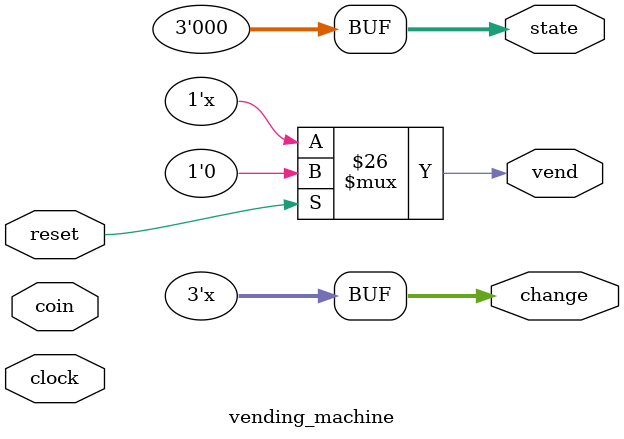
<source format=v>
`timescale 1ns / 1ps
module vending_machine(clock,reset,coin,vend,state,change);

  // inputs
input clock;
input reset;
input [2:0]coin;

  //ouptuts
output vend;
output [2:0]state;
output [2:0]change;

reg [2:0] prev_in ;
reg vend;
reg [2:0]change;
wire [2:0]coin;
  
  // internal 
parameter [2:0] Rs5Coin = 3'b001;
parameter [2:0] Rs10Coin = 3'b010;
parameter [2:0] Rs5Coin_Rs10Coin = 3'b011;
parameter [2:0] Rs10Coin_Rs10Coin = 3'b100;
parameter [2:0] Rs25Coin = 3'b101;

parameter [2:0] IDLE = 3'b000;
parameter [2:0] FIVE = 3'b001;
parameter [2:0] TEN = 3'b010;
parameter [2:0] FIFTEEN = 3'b011;
parameter [2:0] TWENTY = 3'b100;
parameter [2:0] TWENTYFIVE = 3'b101;

reg [2:0] state,next_state;

always @(state or coin)
begin
	next_state=0; 
case(state)
IDLE: case(coin) 
     Rs5Coin : next_state=FIVE;
     Rs10Coin: next_state=TEN;
     Rs25Coin: next_state=TWENTYFIVE;
     default : next_state=IDLE;
endcase

FIVE: case(coin) 
     Rs5Coin : next_state=TEN;
     Rs10Coin: next_state=FIFTEEN;
     Rs25Coin: next_state=TWENTYFIVE; //change=Rs5Coin
     default : next_state=FIVE;
endcase

TEN: case(coin) 
     Rs5Coin : next_state=FIFTEEN;
     Rs10Coin: next_state=TWENTY;
     Rs25Coin: next_state=TWENTYFIVE; //change=Rs10Coin
     default : next_state=TEN;
endcase

FIFTEEN: case(coin)
     Rs5Coin : next_state=TWENTY;
     Rs10Coin: next_state=TWENTYFIVE;
     Rs25Coin: next_state=TWENTYFIVE; //change==Rs5Coin_Rs10Coin
     default : next_state=FIFTEEN;
endcase

TWENTY: case(coin) 
     Rs5Coin : next_state=TWENTYFIVE;
     Rs10Coin: next_state=TWENTYFIVE; //change=Rs5Coin
     Rs25Coin: next_state=TWENTYFIVE; //change==Rs10Coin_Rs10Coin
     default : next_state=TWENTY;
endcase

TWENTYFIVE: next_state=IDLE; 
     default : next_state=IDLE;
endcase

end
  
always @(clock)
begin 
      if(reset) 
	begin
           state <= IDLE;
           vend <= 1'b0;
	end 
	else 
      state <= next_state;

  // output value is calculated below
case (state)
  IDLE : begin 
  		vend <= 1'b0; 
		change <= 3'd0; 
	end
  
  FIVE : begin 
  		vend <= 1'b0; 
		if (coin == Rs25Coin) 
			change <= Rs5Coin;  // 5+25 - 25 = 5
		else change <= 3'd0;
	end
  
  TEN : begin 
  		vend <= 1'b0; 
		if (coin == Rs25Coin) 
			change <= Rs10Coin; // 10+25 - 25 = 10
		else change <= 3'd0; 
	end
  
  FIFTEEN : begin 
  		vend <= 1'b0; 
		if (coin==Rs25Coin) 
			change <= Rs5Coin_Rs10Coin; // 15+25 - 25 = 5_10
		else change <= 3'd0; 
	end
  
  TWENTY : begin 
  		vend <= 1'b0; 
		if (coin==Rs10Coin) 
			change <= Rs5Coin; // 20+10 - 25 = 5
		else if (coin==Rs25Coin) 
			change <= Rs10Coin_Rs10Coin ; // 20+25 - 25 = 10_10
		else change <= 3'd0; 
	end
  
  TWENTYFIVE : begin 
  		vend <= 1'b1; 
		change <= 3'd0; 
	end
  
  default : state <= IDLE;
endcase
end

  // logic to wait for input coin for 10 clock cycle.
integer count = 0;
  always @ (clock) 
    begin
      if (coin == 3'b000)
	      count = count + 1; // increment counter whenever no coin is received
	else
    		count = 0;
    
      if (count==10) begin
    	change = state;
        state = IDLE; // auto reset
      	count = 0;   end
  end
endmodule : vending_machine
</source>
